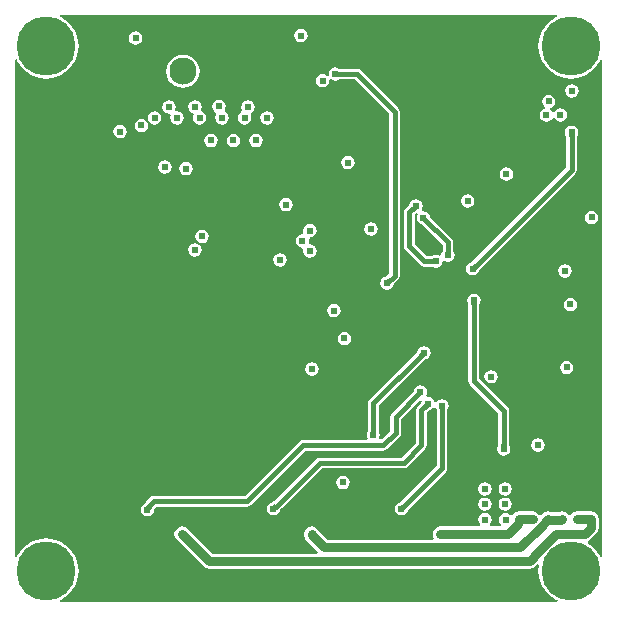
<source format=gbl>
G04*
G04 #@! TF.GenerationSoftware,Altium Limited,Altium Designer,20.1.14 (287)*
G04*
G04 Layer_Physical_Order=4*
G04 Layer_Color=16711680*
%FSAX25Y25*%
%MOIN*%
G70*
G04*
G04 #@! TF.SameCoordinates,72DF8298-9B86-4F64-9D5A-0D244EFD1A00*
G04*
G04*
G04 #@! TF.FilePolarity,Positive*
G04*
G01*
G75*
%ADD91C,0.01500*%
%ADD93C,0.02000*%
%ADD96C,0.03000*%
%ADD98C,0.09055*%
%ADD99C,0.02400*%
%ADD100C,0.19685*%
G36*
X0170473Y0184861D02*
X0170062Y0184691D01*
X0168607Y0183799D01*
X0167309Y0182691D01*
X0166201Y0181393D01*
X0165309Y0179938D01*
X0164656Y0178361D01*
X0164258Y0176701D01*
X0164124Y0175000D01*
X0164258Y0173299D01*
X0164656Y0171639D01*
X0165309Y0170062D01*
X0166201Y0168607D01*
X0167309Y0167309D01*
X0168607Y0166201D01*
X0170062Y0165309D01*
X0171639Y0164656D01*
X0173299Y0164258D01*
X0175000Y0164124D01*
X0176701Y0164258D01*
X0178361Y0164656D01*
X0179938Y0165309D01*
X0181393Y0166201D01*
X0182691Y0167309D01*
X0183799Y0168607D01*
X0184691Y0170062D01*
X0184861Y0170473D01*
X0185461Y0170354D01*
Y0004646D01*
X0184861Y0004527D01*
X0184691Y0004938D01*
X0183799Y0006393D01*
X0182691Y0007690D01*
X0181393Y0008799D01*
X0180482Y0009357D01*
X0180576Y0009988D01*
X0181402Y0010540D01*
X0183502Y0012640D01*
X0184055Y0013467D01*
X0184249Y0014443D01*
Y0017333D01*
X0184055Y0018309D01*
X0183502Y0019136D01*
X0182676Y0019688D01*
X0181700Y0019882D01*
X0176879D01*
X0175904Y0019688D01*
X0175077Y0019136D01*
X0174829Y0018766D01*
X0174108D01*
X0173860Y0019136D01*
X0173033Y0019688D01*
X0172058Y0019882D01*
X0171950D01*
X0170974Y0019688D01*
X0170904Y0019641D01*
X0168283D01*
X0168212Y0019688D01*
X0167237Y0019882D01*
X0166262Y0019688D01*
X0165435Y0019136D01*
X0165073Y0018595D01*
X0164845Y0018554D01*
X0164325Y0018669D01*
X0164013Y0019136D01*
X0163186Y0019688D01*
X0162210Y0019882D01*
X0157780D01*
X0157687Y0019864D01*
X0157595Y0019882D01*
X0156620Y0019688D01*
X0155793Y0019136D01*
X0155716Y0019059D01*
X0155472Y0018693D01*
X0154750D01*
X0154736Y0018714D01*
X0154008Y0019200D01*
X0153150Y0019371D01*
X0152292Y0019200D01*
X0151564Y0018714D01*
X0151078Y0017986D01*
X0150907Y0017128D01*
X0151078Y0016269D01*
X0151540Y0015577D01*
X0151500Y0015387D01*
X0151329Y0014977D01*
X0148071D01*
X0147900Y0015387D01*
X0147860Y0015577D01*
X0148322Y0016269D01*
X0148493Y0017128D01*
X0148322Y0017986D01*
X0147836Y0018714D01*
X0147108Y0019200D01*
X0146250Y0019371D01*
X0145392Y0019200D01*
X0144664Y0018714D01*
X0144178Y0017986D01*
X0144007Y0017128D01*
X0144178Y0016269D01*
X0144640Y0015577D01*
X0144600Y0015387D01*
X0144429Y0014977D01*
X0136150D01*
X0135647Y0014877D01*
X0131450D01*
X0130474Y0014683D01*
X0129648Y0014130D01*
X0129095Y0013303D01*
X0128901Y0012328D01*
X0129095Y0011352D01*
X0129346Y0010977D01*
X0129025Y0010377D01*
X0093706D01*
X0090936Y0013146D01*
X0090905Y0013303D01*
X0090352Y0014130D01*
X0089526Y0014683D01*
X0088550Y0014877D01*
X0087574Y0014683D01*
X0086748Y0014130D01*
X0086195Y0013303D01*
X0086001Y0012328D01*
Y0011928D01*
X0086195Y0010952D01*
X0086748Y0010125D01*
X0090496Y0006377D01*
X0090248Y0005777D01*
X0055506D01*
X0047152Y0014130D01*
X0046325Y0014683D01*
X0045350Y0014877D01*
X0044374Y0014683D01*
X0043548Y0014130D01*
X0042995Y0013303D01*
X0042801Y0012328D01*
X0042995Y0011352D01*
X0043548Y0010525D01*
X0052648Y0001425D01*
X0053474Y0000873D01*
X0054450Y0000679D01*
X0161150D01*
X0162126Y0000873D01*
X0162952Y0001425D01*
X0163771Y0002244D01*
X0164315Y0001939D01*
X0164258Y0001701D01*
X0164124Y0000000D01*
X0164258Y-0001701D01*
X0164656Y-0003361D01*
X0165309Y-0004938D01*
X0166201Y-0006393D01*
X0167309Y-0007690D01*
X0168607Y-0008799D01*
X0170062Y-0009691D01*
X0170473Y-0009861D01*
X0170354Y-0010461D01*
X0004646D01*
X0004527Y-0009861D01*
X0004938Y-0009691D01*
X0006393Y-0008799D01*
X0007690Y-0007690D01*
X0008799Y-0006393D01*
X0009691Y-0004938D01*
X0010344Y-0003361D01*
X0010742Y-0001701D01*
X0010876Y0000000D01*
X0010742Y0001701D01*
X0010344Y0003361D01*
X0009691Y0004938D01*
X0008799Y0006393D01*
X0007690Y0007690D01*
X0006393Y0008799D01*
X0004938Y0009691D01*
X0003361Y0010344D01*
X0001701Y0010742D01*
X0000000Y0010876D01*
X-0001701Y0010742D01*
X-0003361Y0010344D01*
X-0004938Y0009691D01*
X-0006393Y0008799D01*
X-0007690Y0007690D01*
X-0008799Y0006393D01*
X-0009691Y0004938D01*
X-0009861Y0004527D01*
X-0010461Y0004646D01*
Y0170354D01*
X-0009861Y0170473D01*
X-0009691Y0170062D01*
X-0008799Y0168607D01*
X-0007690Y0167309D01*
X-0006393Y0166201D01*
X-0004938Y0165309D01*
X-0003361Y0164656D01*
X-0001701Y0164258D01*
X0000000Y0164124D01*
X0001701Y0164258D01*
X0003361Y0164656D01*
X0004938Y0165309D01*
X0006393Y0166201D01*
X0007690Y0167309D01*
X0008799Y0168607D01*
X0009691Y0170062D01*
X0010344Y0171639D01*
X0010742Y0173299D01*
X0010876Y0175000D01*
X0010742Y0176701D01*
X0010344Y0178361D01*
X0009691Y0179938D01*
X0008799Y0181393D01*
X0007690Y0182691D01*
X0006393Y0183799D01*
X0004938Y0184691D01*
X0004527Y0184861D01*
X0004646Y0185461D01*
X0170354D01*
X0170473Y0184861D01*
D02*
G37*
%LPC*%
G36*
X0084900Y0180643D02*
X0084042Y0180472D01*
X0083314Y0179986D01*
X0082828Y0179258D01*
X0082657Y0178400D01*
X0082828Y0177542D01*
X0083314Y0176814D01*
X0084042Y0176328D01*
X0084900Y0176157D01*
X0085758Y0176328D01*
X0086486Y0176814D01*
X0086972Y0177542D01*
X0087143Y0178400D01*
X0086972Y0179258D01*
X0086486Y0179986D01*
X0085758Y0180472D01*
X0084900Y0180643D01*
D02*
G37*
G36*
X0029850Y0179871D02*
X0028992Y0179700D01*
X0028264Y0179214D01*
X0027778Y0178486D01*
X0027607Y0177628D01*
X0027778Y0176769D01*
X0028264Y0176041D01*
X0028992Y0175555D01*
X0029850Y0175384D01*
X0030708Y0175555D01*
X0031436Y0176041D01*
X0031922Y0176769D01*
X0032093Y0177628D01*
X0031922Y0178486D01*
X0031436Y0179214D01*
X0030708Y0179700D01*
X0029850Y0179871D01*
D02*
G37*
G36*
X0096450Y0167871D02*
X0095592Y0167700D01*
X0094864Y0167214D01*
X0094378Y0166486D01*
X0094207Y0165628D01*
X0094274Y0165288D01*
X0093811Y0165052D01*
X0093714Y0165028D01*
X0093008Y0165500D01*
X0092150Y0165671D01*
X0091292Y0165500D01*
X0090564Y0165014D01*
X0090078Y0164286D01*
X0089907Y0163428D01*
X0090078Y0162569D01*
X0090564Y0161841D01*
X0091292Y0161355D01*
X0092150Y0161185D01*
X0093008Y0161355D01*
X0093736Y0161841D01*
X0094222Y0162569D01*
X0094393Y0163428D01*
X0094326Y0163767D01*
X0094789Y0164003D01*
X0094886Y0164027D01*
X0095592Y0163555D01*
X0096450Y0163384D01*
X0097308Y0163555D01*
X0097734Y0163840D01*
X0097787Y0163843D01*
X0102811D01*
X0114366Y0152289D01*
Y0099167D01*
X0113300Y0098101D01*
X0112792Y0098000D01*
X0112064Y0097514D01*
X0111578Y0096786D01*
X0111407Y0095928D01*
X0111578Y0095069D01*
X0112064Y0094341D01*
X0112792Y0093855D01*
X0113650Y0093685D01*
X0114508Y0093855D01*
X0115236Y0094341D01*
X0115722Y0095069D01*
X0115822Y0095572D01*
X0115857Y0095612D01*
X0117412Y0097166D01*
X0117412Y0097166D01*
X0117798Y0097745D01*
X0117934Y0098428D01*
Y0153028D01*
X0117798Y0153710D01*
X0117412Y0154289D01*
X0104812Y0166889D01*
X0104233Y0167276D01*
X0103550Y0167412D01*
X0097739D01*
X0097308Y0167700D01*
X0096450Y0167871D01*
D02*
G37*
G36*
X0045608Y0172103D02*
X0044164Y0171913D01*
X0042820Y0171356D01*
X0041665Y0170470D01*
X0040779Y0169315D01*
X0040222Y0167971D01*
X0040032Y0166528D01*
X0040222Y0165085D01*
X0040779Y0163740D01*
X0041665Y0162585D01*
X0042820Y0161699D01*
X0044164Y0161142D01*
X0045608Y0160952D01*
X0047050Y0161142D01*
X0048395Y0161699D01*
X0049550Y0162585D01*
X0050436Y0163740D01*
X0050993Y0165085D01*
X0051183Y0166528D01*
X0050993Y0167971D01*
X0050436Y0169315D01*
X0049550Y0170470D01*
X0048395Y0171356D01*
X0047050Y0171913D01*
X0045608Y0172103D01*
D02*
G37*
G36*
X0175250Y0162271D02*
X0174392Y0162100D01*
X0173664Y0161614D01*
X0173178Y0160886D01*
X0173007Y0160028D01*
X0173178Y0159169D01*
X0173664Y0158441D01*
X0174392Y0157955D01*
X0175250Y0157784D01*
X0176108Y0157955D01*
X0176836Y0158441D01*
X0177322Y0159169D01*
X0177493Y0160028D01*
X0177322Y0160886D01*
X0176836Y0161614D01*
X0176108Y0162100D01*
X0175250Y0162271D01*
D02*
G37*
G36*
X0167550Y0158771D02*
X0166692Y0158600D01*
X0165964Y0158114D01*
X0165478Y0157386D01*
X0165307Y0156528D01*
X0165478Y0155669D01*
X0165964Y0154941D01*
X0166371Y0154669D01*
X0166244Y0154033D01*
X0165942Y0153972D01*
X0165214Y0153486D01*
X0164728Y0152758D01*
X0164557Y0151900D01*
X0164728Y0151042D01*
X0165214Y0150314D01*
X0165942Y0149828D01*
X0166800Y0149657D01*
X0167658Y0149828D01*
X0168386Y0150314D01*
X0168834Y0150985D01*
X0168905Y0151009D01*
X0169108Y0151032D01*
X0169479Y0151017D01*
X0169864Y0150442D01*
X0170592Y0149955D01*
X0171450Y0149785D01*
X0172308Y0149955D01*
X0173036Y0150442D01*
X0173522Y0151169D01*
X0173693Y0152028D01*
X0173522Y0152886D01*
X0173036Y0153614D01*
X0172308Y0154100D01*
X0171450Y0154271D01*
X0170592Y0154100D01*
X0169864Y0153614D01*
X0169416Y0152943D01*
X0169345Y0152919D01*
X0169142Y0152895D01*
X0168771Y0152910D01*
X0168386Y0153486D01*
X0167979Y0153758D01*
X0168106Y0154395D01*
X0168408Y0154455D01*
X0169136Y0154941D01*
X0169622Y0155669D01*
X0169793Y0156528D01*
X0169622Y0157386D01*
X0169136Y0158114D01*
X0168408Y0158600D01*
X0167550Y0158771D01*
D02*
G37*
G36*
X0073700Y0153271D02*
X0072842Y0153100D01*
X0072114Y0152614D01*
X0071628Y0151886D01*
X0071457Y0151028D01*
X0071628Y0150169D01*
X0072114Y0149442D01*
X0072842Y0148955D01*
X0073700Y0148784D01*
X0074558Y0148955D01*
X0075286Y0149442D01*
X0075772Y0150169D01*
X0075943Y0151028D01*
X0075772Y0151886D01*
X0075286Y0152614D01*
X0074558Y0153100D01*
X0073700Y0153271D01*
D02*
G37*
G36*
X0067297Y0156837D02*
X0066438Y0156667D01*
X0065711Y0156180D01*
X0065224Y0155453D01*
X0065054Y0154594D01*
X0065224Y0153736D01*
X0065280Y0153653D01*
X0065055Y0152909D01*
X0064614Y0152614D01*
X0064128Y0151886D01*
X0063957Y0151028D01*
X0064128Y0150169D01*
X0064614Y0149442D01*
X0065342Y0148955D01*
X0066200Y0148784D01*
X0067058Y0148955D01*
X0067786Y0149442D01*
X0068272Y0150169D01*
X0068443Y0151028D01*
X0068272Y0151886D01*
X0068217Y0151969D01*
X0068441Y0152713D01*
X0068883Y0153008D01*
X0069369Y0153736D01*
X0069540Y0154594D01*
X0069369Y0155453D01*
X0068883Y0156180D01*
X0068155Y0156667D01*
X0067297Y0156837D01*
D02*
G37*
G36*
X0057598Y0157079D02*
X0056739Y0156908D01*
X0056011Y0156422D01*
X0055525Y0155694D01*
X0055354Y0154836D01*
X0055525Y0153978D01*
X0056011Y0153250D01*
X0056739Y0152764D01*
X0056797Y0152140D01*
X0056628Y0151886D01*
X0056457Y0151028D01*
X0056628Y0150169D01*
X0057114Y0149442D01*
X0057842Y0148955D01*
X0058700Y0148784D01*
X0059558Y0148955D01*
X0060286Y0149442D01*
X0060772Y0150169D01*
X0060943Y0151028D01*
X0060772Y0151886D01*
X0060286Y0152614D01*
X0059558Y0153100D01*
X0059500Y0153723D01*
X0059670Y0153978D01*
X0059841Y0154836D01*
X0059670Y0155694D01*
X0059184Y0156422D01*
X0058456Y0156908D01*
X0057598Y0157079D01*
D02*
G37*
G36*
X0049700Y0156943D02*
X0048842Y0156772D01*
X0048114Y0156286D01*
X0047628Y0155558D01*
X0047457Y0154700D01*
X0047628Y0153842D01*
X0048114Y0153114D01*
X0048842Y0152628D01*
X0049002Y0152596D01*
X0049231Y0152041D01*
X0049128Y0151886D01*
X0048957Y0151028D01*
X0049128Y0150169D01*
X0049614Y0149442D01*
X0050342Y0148955D01*
X0051200Y0148784D01*
X0052058Y0148955D01*
X0052786Y0149442D01*
X0053272Y0150169D01*
X0053443Y0151028D01*
X0053272Y0151886D01*
X0052786Y0152614D01*
X0052058Y0153100D01*
X0051898Y0153132D01*
X0051669Y0153686D01*
X0051772Y0153842D01*
X0051943Y0154700D01*
X0051772Y0155558D01*
X0051286Y0156286D01*
X0050558Y0156772D01*
X0049700Y0156943D01*
D02*
G37*
G36*
X0041000Y0156843D02*
X0040142Y0156672D01*
X0039414Y0156186D01*
X0038928Y0155458D01*
X0038757Y0154600D01*
X0038928Y0153742D01*
X0039414Y0153014D01*
X0040142Y0152528D01*
X0041000Y0152357D01*
X0041254Y0152408D01*
X0041628Y0151886D01*
X0041457Y0151028D01*
X0041628Y0150169D01*
X0042114Y0149442D01*
X0042842Y0148955D01*
X0043700Y0148784D01*
X0044558Y0148955D01*
X0045286Y0149442D01*
X0045772Y0150169D01*
X0045943Y0151028D01*
X0045772Y0151886D01*
X0045286Y0152614D01*
X0044558Y0153100D01*
X0043700Y0153271D01*
X0043446Y0153220D01*
X0043072Y0153742D01*
X0043243Y0154600D01*
X0043072Y0155458D01*
X0042586Y0156186D01*
X0041858Y0156672D01*
X0041000Y0156843D01*
D02*
G37*
G36*
X0036200Y0153271D02*
X0035342Y0153100D01*
X0034614Y0152614D01*
X0034128Y0151886D01*
X0033957Y0151028D01*
X0034128Y0150169D01*
X0034614Y0149442D01*
X0035342Y0148955D01*
X0036200Y0148784D01*
X0037058Y0148955D01*
X0037786Y0149442D01*
X0038272Y0150169D01*
X0038443Y0151028D01*
X0038272Y0151886D01*
X0037786Y0152614D01*
X0037058Y0153100D01*
X0036200Y0153271D01*
D02*
G37*
G36*
X0031800Y0150743D02*
X0030942Y0150572D01*
X0030214Y0150086D01*
X0029728Y0149358D01*
X0029557Y0148500D01*
X0029728Y0147642D01*
X0030214Y0146914D01*
X0030942Y0146428D01*
X0031800Y0146257D01*
X0032658Y0146428D01*
X0033386Y0146914D01*
X0033872Y0147642D01*
X0034043Y0148500D01*
X0033872Y0149358D01*
X0033386Y0150086D01*
X0032658Y0150572D01*
X0031800Y0150743D01*
D02*
G37*
G36*
X0024700Y0148643D02*
X0023842Y0148472D01*
X0023114Y0147986D01*
X0022628Y0147258D01*
X0022457Y0146400D01*
X0022628Y0145542D01*
X0023114Y0144814D01*
X0023842Y0144328D01*
X0024700Y0144157D01*
X0025558Y0144328D01*
X0026286Y0144814D01*
X0026772Y0145542D01*
X0026943Y0146400D01*
X0026772Y0147258D01*
X0026286Y0147986D01*
X0025558Y0148472D01*
X0024700Y0148643D01*
D02*
G37*
G36*
X0069950Y0145771D02*
X0069092Y0145600D01*
X0068364Y0145114D01*
X0067878Y0144386D01*
X0067707Y0143528D01*
X0067878Y0142669D01*
X0068364Y0141941D01*
X0069092Y0141455D01*
X0069950Y0141285D01*
X0070808Y0141455D01*
X0071536Y0141941D01*
X0072022Y0142669D01*
X0072193Y0143528D01*
X0072022Y0144386D01*
X0071536Y0145114D01*
X0070808Y0145600D01*
X0069950Y0145771D01*
D02*
G37*
G36*
X0062450D02*
X0061592Y0145600D01*
X0060864Y0145114D01*
X0060378Y0144386D01*
X0060207Y0143528D01*
X0060378Y0142669D01*
X0060864Y0141941D01*
X0061592Y0141455D01*
X0062450Y0141285D01*
X0063308Y0141455D01*
X0064036Y0141941D01*
X0064522Y0142669D01*
X0064693Y0143528D01*
X0064522Y0144386D01*
X0064036Y0145114D01*
X0063308Y0145600D01*
X0062450Y0145771D01*
D02*
G37*
G36*
X0054950D02*
X0054092Y0145600D01*
X0053364Y0145114D01*
X0052878Y0144386D01*
X0052707Y0143528D01*
X0052878Y0142669D01*
X0053364Y0141941D01*
X0054092Y0141455D01*
X0054950Y0141285D01*
X0055808Y0141455D01*
X0056536Y0141941D01*
X0057022Y0142669D01*
X0057193Y0143528D01*
X0057022Y0144386D01*
X0056536Y0145114D01*
X0055808Y0145600D01*
X0054950Y0145771D01*
D02*
G37*
G36*
X0100600Y0138343D02*
X0099742Y0138172D01*
X0099014Y0137686D01*
X0098528Y0136958D01*
X0098357Y0136100D01*
X0098528Y0135242D01*
X0099014Y0134514D01*
X0099742Y0134028D01*
X0100600Y0133857D01*
X0101458Y0134028D01*
X0102186Y0134514D01*
X0102672Y0135242D01*
X0102843Y0136100D01*
X0102672Y0136958D01*
X0102186Y0137686D01*
X0101458Y0138172D01*
X0100600Y0138343D01*
D02*
G37*
G36*
X0039600Y0136843D02*
X0038742Y0136672D01*
X0038014Y0136186D01*
X0037528Y0135458D01*
X0037357Y0134600D01*
X0037528Y0133742D01*
X0038014Y0133014D01*
X0038742Y0132528D01*
X0039600Y0132357D01*
X0040458Y0132528D01*
X0041186Y0133014D01*
X0041672Y0133742D01*
X0041843Y0134600D01*
X0041672Y0135458D01*
X0041186Y0136186D01*
X0040458Y0136672D01*
X0039600Y0136843D01*
D02*
G37*
G36*
X0046621Y0136334D02*
X0045763Y0136163D01*
X0045035Y0135677D01*
X0044549Y0134950D01*
X0044378Y0134091D01*
X0044549Y0133233D01*
X0045035Y0132505D01*
X0045763Y0132019D01*
X0046621Y0131848D01*
X0047479Y0132019D01*
X0048207Y0132505D01*
X0048693Y0133233D01*
X0048864Y0134091D01*
X0048693Y0134950D01*
X0048207Y0135677D01*
X0047479Y0136163D01*
X0046621Y0136334D01*
D02*
G37*
G36*
X0153450Y0134571D02*
X0152592Y0134400D01*
X0151864Y0133914D01*
X0151378Y0133186D01*
X0151207Y0132328D01*
X0151378Y0131469D01*
X0151864Y0130742D01*
X0152592Y0130255D01*
X0153450Y0130085D01*
X0154308Y0130255D01*
X0155036Y0130742D01*
X0155522Y0131469D01*
X0155693Y0132328D01*
X0155522Y0133186D01*
X0155036Y0133914D01*
X0154308Y0134400D01*
X0153450Y0134571D01*
D02*
G37*
G36*
X0140550Y0125571D02*
X0139692Y0125400D01*
X0138964Y0124914D01*
X0138478Y0124186D01*
X0138307Y0123328D01*
X0138478Y0122469D01*
X0138964Y0121741D01*
X0139692Y0121255D01*
X0140550Y0121084D01*
X0141408Y0121255D01*
X0142136Y0121741D01*
X0142622Y0122469D01*
X0142793Y0123328D01*
X0142622Y0124186D01*
X0142136Y0124914D01*
X0141408Y0125400D01*
X0140550Y0125571D01*
D02*
G37*
G36*
X0079950Y0124371D02*
X0079092Y0124200D01*
X0078364Y0123714D01*
X0077878Y0122986D01*
X0077707Y0122128D01*
X0077878Y0121269D01*
X0078364Y0120542D01*
X0079092Y0120055D01*
X0079950Y0119885D01*
X0080808Y0120055D01*
X0081536Y0120542D01*
X0082022Y0121269D01*
X0082193Y0122128D01*
X0082022Y0122986D01*
X0081536Y0123714D01*
X0080808Y0124200D01*
X0079950Y0124371D01*
D02*
G37*
G36*
X0181850Y0120071D02*
X0180992Y0119900D01*
X0180264Y0119414D01*
X0179778Y0118686D01*
X0179607Y0117828D01*
X0179778Y0116969D01*
X0180264Y0116242D01*
X0180992Y0115755D01*
X0181850Y0115585D01*
X0182708Y0115755D01*
X0183436Y0116242D01*
X0183922Y0116969D01*
X0184093Y0117828D01*
X0183922Y0118686D01*
X0183436Y0119414D01*
X0182708Y0119900D01*
X0181850Y0120071D01*
D02*
G37*
G36*
X0108350Y0116171D02*
X0107492Y0116000D01*
X0106764Y0115514D01*
X0106278Y0114786D01*
X0106107Y0113928D01*
X0106278Y0113069D01*
X0106764Y0112341D01*
X0107492Y0111855D01*
X0108350Y0111685D01*
X0109208Y0111855D01*
X0109936Y0112341D01*
X0110422Y0113069D01*
X0110593Y0113928D01*
X0110422Y0114786D01*
X0109936Y0115514D01*
X0109208Y0116000D01*
X0108350Y0116171D01*
D02*
G37*
G36*
X0052000Y0113743D02*
X0051142Y0113572D01*
X0050414Y0113086D01*
X0049928Y0112358D01*
X0049757Y0111500D01*
X0049928Y0110642D01*
X0050414Y0109914D01*
X0051142Y0109428D01*
X0052000Y0109257D01*
X0052858Y0109428D01*
X0053586Y0109914D01*
X0054072Y0110642D01*
X0054243Y0111500D01*
X0054072Y0112358D01*
X0053586Y0113086D01*
X0052858Y0113572D01*
X0052000Y0113743D01*
D02*
G37*
G36*
X0049600Y0109243D02*
X0048742Y0109072D01*
X0048014Y0108586D01*
X0047528Y0107858D01*
X0047357Y0107000D01*
X0047528Y0106142D01*
X0048014Y0105414D01*
X0048742Y0104928D01*
X0049600Y0104757D01*
X0050458Y0104928D01*
X0051186Y0105414D01*
X0051672Y0106142D01*
X0051843Y0107000D01*
X0051672Y0107858D01*
X0051186Y0108586D01*
X0050458Y0109072D01*
X0049600Y0109243D01*
D02*
G37*
G36*
X0087900Y0115643D02*
X0087042Y0115472D01*
X0086314Y0114986D01*
X0085828Y0114258D01*
X0085657Y0113400D01*
X0085780Y0112779D01*
X0085441Y0112300D01*
X0085325Y0112228D01*
X0084542Y0112072D01*
X0083814Y0111586D01*
X0083328Y0110858D01*
X0083157Y0110000D01*
X0083328Y0109142D01*
X0083814Y0108414D01*
X0084542Y0107928D01*
X0085325Y0107772D01*
X0085441Y0107700D01*
X0085780Y0107221D01*
X0085657Y0106600D01*
X0085828Y0105742D01*
X0086314Y0105014D01*
X0087042Y0104528D01*
X0087900Y0104357D01*
X0088758Y0104528D01*
X0089486Y0105014D01*
X0089972Y0105742D01*
X0090143Y0106600D01*
X0089972Y0107458D01*
X0089486Y0108186D01*
X0088758Y0108672D01*
X0087975Y0108828D01*
X0087859Y0108900D01*
X0087520Y0109379D01*
X0087643Y0110000D01*
X0087520Y0110621D01*
X0087859Y0111100D01*
X0087975Y0111172D01*
X0088758Y0111328D01*
X0089486Y0111814D01*
X0089972Y0112542D01*
X0090143Y0113400D01*
X0089972Y0114258D01*
X0089486Y0114986D01*
X0088758Y0115472D01*
X0087900Y0115643D01*
D02*
G37*
G36*
X0123250Y0123871D02*
X0122392Y0123700D01*
X0121664Y0123214D01*
X0121178Y0122486D01*
X0121078Y0121983D01*
X0121043Y0121944D01*
X0119838Y0120739D01*
X0119451Y0120160D01*
X0119316Y0119478D01*
Y0108178D01*
X0119451Y0107495D01*
X0119838Y0106916D01*
X0124788Y0101966D01*
X0124788Y0101966D01*
X0125367Y0101579D01*
X0126050Y0101443D01*
X0126050Y0101443D01*
X0128661D01*
X0129092Y0101155D01*
X0129950Y0100985D01*
X0130808Y0101155D01*
X0131536Y0101641D01*
X0132022Y0102369D01*
X0132177Y0103145D01*
X0132468Y0103351D01*
X0132755Y0103481D01*
X0133092Y0103255D01*
X0133950Y0103085D01*
X0134808Y0103255D01*
X0135536Y0103742D01*
X0136022Y0104469D01*
X0136193Y0105328D01*
X0136022Y0106186D01*
X0135738Y0106612D01*
X0135734Y0106665D01*
Y0109528D01*
X0135599Y0110210D01*
X0135212Y0110789D01*
X0127924Y0118078D01*
X0127822Y0118586D01*
X0127336Y0119314D01*
X0126608Y0119800D01*
X0125750Y0119971D01*
X0125474Y0119916D01*
X0125113Y0120456D01*
X0125322Y0120769D01*
X0125493Y0121628D01*
X0125322Y0122486D01*
X0124836Y0123214D01*
X0124108Y0123700D01*
X0123250Y0123871D01*
D02*
G37*
G36*
X0078000Y0105943D02*
X0077142Y0105772D01*
X0076414Y0105286D01*
X0075928Y0104558D01*
X0075757Y0103700D01*
X0075928Y0102842D01*
X0076414Y0102114D01*
X0077142Y0101628D01*
X0078000Y0101457D01*
X0078858Y0101628D01*
X0079586Y0102114D01*
X0080072Y0102842D01*
X0080243Y0103700D01*
X0080072Y0104558D01*
X0079586Y0105286D01*
X0078858Y0105772D01*
X0078000Y0105943D01*
D02*
G37*
G36*
X0175150Y0148471D02*
X0174292Y0148300D01*
X0173564Y0147814D01*
X0173078Y0147086D01*
X0172907Y0146228D01*
X0173078Y0145369D01*
X0173362Y0144943D01*
X0173366Y0144890D01*
Y0134467D01*
X0141800Y0102901D01*
X0141292Y0102800D01*
X0140564Y0102314D01*
X0140078Y0101586D01*
X0139907Y0100728D01*
X0140078Y0099869D01*
X0140564Y0099142D01*
X0141292Y0098655D01*
X0142150Y0098484D01*
X0143008Y0098655D01*
X0143736Y0099142D01*
X0144222Y0099869D01*
X0144322Y0100372D01*
X0144357Y0100411D01*
X0176412Y0132466D01*
X0176412Y0132466D01*
X0176798Y0133045D01*
X0176934Y0133728D01*
X0176934Y0133728D01*
Y0144938D01*
X0177222Y0145369D01*
X0177393Y0146228D01*
X0177222Y0147086D01*
X0176736Y0147814D01*
X0176008Y0148300D01*
X0175150Y0148471D01*
D02*
G37*
G36*
X0172950Y0102271D02*
X0172092Y0102100D01*
X0171364Y0101614D01*
X0170878Y0100886D01*
X0170707Y0100028D01*
X0170878Y0099169D01*
X0171364Y0098441D01*
X0172092Y0097955D01*
X0172950Y0097785D01*
X0173808Y0097955D01*
X0174536Y0098441D01*
X0175022Y0099169D01*
X0175193Y0100028D01*
X0175022Y0100886D01*
X0174536Y0101614D01*
X0173808Y0102100D01*
X0172950Y0102271D01*
D02*
G37*
G36*
X0174750Y0091071D02*
X0173892Y0090900D01*
X0173164Y0090414D01*
X0172678Y0089686D01*
X0172507Y0088828D01*
X0172678Y0087969D01*
X0173164Y0087242D01*
X0173892Y0086755D01*
X0174750Y0086585D01*
X0175608Y0086755D01*
X0176336Y0087242D01*
X0176822Y0087969D01*
X0176993Y0088828D01*
X0176822Y0089686D01*
X0176336Y0090414D01*
X0175608Y0090900D01*
X0174750Y0091071D01*
D02*
G37*
G36*
X0095940Y0089029D02*
X0095081Y0088858D01*
X0094354Y0088372D01*
X0093867Y0087644D01*
X0093697Y0086786D01*
X0093867Y0085927D01*
X0094354Y0085200D01*
X0095081Y0084713D01*
X0095940Y0084543D01*
X0096798Y0084713D01*
X0097526Y0085200D01*
X0098012Y0085927D01*
X0098183Y0086786D01*
X0098012Y0087644D01*
X0097526Y0088372D01*
X0096798Y0088858D01*
X0095940Y0089029D01*
D02*
G37*
G36*
X0099450Y0079771D02*
X0098592Y0079600D01*
X0097864Y0079114D01*
X0097378Y0078386D01*
X0097207Y0077528D01*
X0097378Y0076669D01*
X0097864Y0075941D01*
X0098592Y0075455D01*
X0099450Y0075284D01*
X0100308Y0075455D01*
X0101036Y0075941D01*
X0101522Y0076669D01*
X0101693Y0077528D01*
X0101522Y0078386D01*
X0101036Y0079114D01*
X0100308Y0079600D01*
X0099450Y0079771D01*
D02*
G37*
G36*
X0173550Y0070071D02*
X0172692Y0069900D01*
X0171964Y0069414D01*
X0171478Y0068686D01*
X0171307Y0067828D01*
X0171478Y0066969D01*
X0171964Y0066242D01*
X0172692Y0065755D01*
X0173550Y0065584D01*
X0174408Y0065755D01*
X0175136Y0066242D01*
X0175622Y0066969D01*
X0175793Y0067828D01*
X0175622Y0068686D01*
X0175136Y0069414D01*
X0174408Y0069900D01*
X0173550Y0070071D01*
D02*
G37*
G36*
X0088641Y0069480D02*
X0087782Y0069309D01*
X0087055Y0068823D01*
X0086568Y0068095D01*
X0086398Y0067237D01*
X0086568Y0066378D01*
X0087055Y0065651D01*
X0087782Y0065165D01*
X0088641Y0064994D01*
X0089499Y0065165D01*
X0090227Y0065651D01*
X0090713Y0066378D01*
X0090884Y0067237D01*
X0090713Y0068095D01*
X0090227Y0068823D01*
X0089499Y0069309D01*
X0088641Y0069480D01*
D02*
G37*
G36*
X0148350Y0066971D02*
X0147492Y0066800D01*
X0146764Y0066314D01*
X0146278Y0065586D01*
X0146107Y0064728D01*
X0146278Y0063869D01*
X0146764Y0063142D01*
X0147492Y0062655D01*
X0148350Y0062485D01*
X0149208Y0062655D01*
X0149936Y0063142D01*
X0150422Y0063869D01*
X0150593Y0064728D01*
X0150422Y0065586D01*
X0149936Y0066314D01*
X0149208Y0066800D01*
X0148350Y0066971D01*
D02*
G37*
G36*
X0163950Y0044171D02*
X0163092Y0044000D01*
X0162364Y0043514D01*
X0161878Y0042786D01*
X0161707Y0041928D01*
X0161878Y0041069D01*
X0162364Y0040341D01*
X0163092Y0039855D01*
X0163950Y0039685D01*
X0164808Y0039855D01*
X0165536Y0040341D01*
X0166022Y0041069D01*
X0166193Y0041928D01*
X0166022Y0042786D01*
X0165536Y0043514D01*
X0164808Y0044000D01*
X0163950Y0044171D01*
D02*
G37*
G36*
X0142712Y0092409D02*
X0141854Y0092238D01*
X0141126Y0091751D01*
X0140640Y0091024D01*
X0140469Y0090165D01*
X0140640Y0089307D01*
X0140757Y0089131D01*
X0140766Y0088954D01*
Y0063328D01*
X0140902Y0062645D01*
X0141288Y0062066D01*
X0150766Y0052589D01*
Y0041917D01*
X0150478Y0041486D01*
X0150307Y0040628D01*
X0150478Y0039769D01*
X0150964Y0039042D01*
X0151692Y0038555D01*
X0152550Y0038385D01*
X0153408Y0038555D01*
X0154136Y0039042D01*
X0154622Y0039769D01*
X0154793Y0040628D01*
X0154622Y0041486D01*
X0154338Y0041912D01*
X0154334Y0041965D01*
Y0053328D01*
X0154334Y0053328D01*
X0154199Y0054010D01*
X0153812Y0054589D01*
X0153812Y0054589D01*
X0144334Y0064067D01*
Y0088633D01*
X0144785Y0089307D01*
X0144955Y0090165D01*
X0144785Y0091024D01*
X0144298Y0091751D01*
X0143571Y0092238D01*
X0142712Y0092409D01*
D02*
G37*
G36*
X0098950Y0031771D02*
X0098092Y0031600D01*
X0097364Y0031114D01*
X0096878Y0030386D01*
X0096707Y0029528D01*
X0096878Y0028669D01*
X0097364Y0027942D01*
X0098092Y0027455D01*
X0098950Y0027285D01*
X0099808Y0027455D01*
X0100536Y0027942D01*
X0101022Y0028669D01*
X0101193Y0029528D01*
X0101022Y0030386D01*
X0100536Y0031114D01*
X0099808Y0031600D01*
X0098950Y0031771D01*
D02*
G37*
G36*
X0153050Y0029571D02*
X0152192Y0029400D01*
X0151464Y0028914D01*
X0150978Y0028186D01*
X0150807Y0027328D01*
X0150978Y0026469D01*
X0151464Y0025741D01*
X0152192Y0025255D01*
X0153050Y0025084D01*
X0153908Y0025255D01*
X0154636Y0025741D01*
X0155122Y0026469D01*
X0155293Y0027328D01*
X0155122Y0028186D01*
X0154636Y0028914D01*
X0153908Y0029400D01*
X0153050Y0029571D01*
D02*
G37*
G36*
X0146250D02*
X0145392Y0029400D01*
X0144664Y0028914D01*
X0144178Y0028186D01*
X0144007Y0027328D01*
X0144178Y0026469D01*
X0144664Y0025741D01*
X0145392Y0025255D01*
X0146250Y0025084D01*
X0147108Y0025255D01*
X0147836Y0025741D01*
X0148322Y0026469D01*
X0148493Y0027328D01*
X0148322Y0028186D01*
X0147836Y0028914D01*
X0147108Y0029400D01*
X0146250Y0029571D01*
D02*
G37*
G36*
X0153050Y0024471D02*
X0152192Y0024300D01*
X0151464Y0023814D01*
X0150978Y0023086D01*
X0150807Y0022228D01*
X0150978Y0021369D01*
X0151464Y0020641D01*
X0152192Y0020155D01*
X0153050Y0019985D01*
X0153908Y0020155D01*
X0154636Y0020641D01*
X0155122Y0021369D01*
X0155293Y0022228D01*
X0155122Y0023086D01*
X0154636Y0023814D01*
X0153908Y0024300D01*
X0153050Y0024471D01*
D02*
G37*
G36*
X0146250D02*
X0145392Y0024300D01*
X0144664Y0023814D01*
X0144178Y0023086D01*
X0144007Y0022228D01*
X0144178Y0021369D01*
X0144664Y0020641D01*
X0145392Y0020155D01*
X0146250Y0019985D01*
X0147108Y0020155D01*
X0147836Y0020641D01*
X0148322Y0021369D01*
X0148493Y0022228D01*
X0148322Y0023086D01*
X0147836Y0023814D01*
X0147108Y0024300D01*
X0146250Y0024471D01*
D02*
G37*
G36*
X0125950Y0074971D02*
X0125092Y0074800D01*
X0124364Y0074314D01*
X0123878Y0073586D01*
X0123778Y0073083D01*
X0123743Y0073044D01*
X0107788Y0057089D01*
X0107402Y0056511D01*
X0107266Y0055828D01*
Y0046617D01*
X0106978Y0046186D01*
X0106807Y0045328D01*
X0106978Y0044469D01*
X0107150Y0044212D01*
X0106829Y0043612D01*
X0085650D01*
X0084967Y0043476D01*
X0084388Y0043089D01*
X0084388Y0043089D01*
X0066311Y0025012D01*
X0036050D01*
X0036050Y0025012D01*
X0035367Y0024876D01*
X0034788Y0024489D01*
X0033147Y0022849D01*
X0032918Y0022505D01*
X0032892Y0022500D01*
X0032164Y0022014D01*
X0031678Y0021286D01*
X0031507Y0020428D01*
X0031678Y0019569D01*
X0032164Y0018842D01*
X0032892Y0018355D01*
X0033750Y0018184D01*
X0034608Y0018355D01*
X0035336Y0018842D01*
X0035822Y0019569D01*
X0035993Y0020428D01*
X0035957Y0020611D01*
X0036789Y0021443D01*
X0067050D01*
X0067733Y0021579D01*
X0068312Y0021966D01*
X0086389Y0040043D01*
X0112328D01*
X0113010Y0040179D01*
X0113589Y0040566D01*
X0117762Y0044738D01*
X0117762Y0044738D01*
X0118149Y0045317D01*
X0118284Y0046000D01*
Y0050639D01*
X0124762Y0057116D01*
X0125228Y0056734D01*
X0125178Y0056658D01*
X0125078Y0056156D01*
X0125043Y0056116D01*
X0123865Y0054939D01*
X0123478Y0054360D01*
X0123343Y0053677D01*
Y0042666D01*
X0118460Y0037784D01*
X0091299D01*
X0090617Y0037648D01*
X0090038Y0037261D01*
X0090038Y0037261D01*
X0076573Y0023797D01*
X0076467Y0023775D01*
X0075888Y0023389D01*
X0075888Y0023389D01*
X0075400Y0022901D01*
X0074892Y0022800D01*
X0074164Y0022314D01*
X0073678Y0021586D01*
X0073507Y0020728D01*
X0073678Y0019869D01*
X0074164Y0019141D01*
X0074892Y0018655D01*
X0075750Y0018485D01*
X0076608Y0018655D01*
X0077336Y0019141D01*
X0077822Y0019869D01*
X0077922Y0020372D01*
X0077957Y0020412D01*
X0078003Y0020457D01*
X0078110Y0020479D01*
X0078689Y0020865D01*
X0092038Y0034215D01*
X0119199D01*
X0119882Y0034351D01*
X0120461Y0034738D01*
X0126389Y0040665D01*
X0126389Y0040665D01*
X0126775Y0041244D01*
X0126911Y0041927D01*
Y0052938D01*
X0127600Y0053627D01*
X0128108Y0053728D01*
X0128836Y0054214D01*
X0129160Y0054699D01*
X0129797Y0054573D01*
X0129878Y0054169D01*
X0130162Y0053743D01*
X0130166Y0053690D01*
Y0034967D01*
X0118100Y0022901D01*
X0117592Y0022800D01*
X0116864Y0022314D01*
X0116378Y0021586D01*
X0116207Y0020728D01*
X0116378Y0019869D01*
X0116864Y0019141D01*
X0117592Y0018655D01*
X0118450Y0018485D01*
X0119308Y0018655D01*
X0120036Y0019141D01*
X0120522Y0019869D01*
X0120622Y0020372D01*
X0120657Y0020411D01*
X0133212Y0032966D01*
X0133212Y0032966D01*
X0133598Y0033545D01*
X0133734Y0034228D01*
Y0053738D01*
X0134022Y0054169D01*
X0134193Y0055028D01*
X0134022Y0055886D01*
X0133536Y0056614D01*
X0132808Y0057100D01*
X0131950Y0057271D01*
X0131092Y0057100D01*
X0130364Y0056614D01*
X0130040Y0056128D01*
X0129403Y0056255D01*
X0129322Y0056658D01*
X0128836Y0057386D01*
X0128108Y0057872D01*
X0127250Y0058043D01*
X0127030Y0057999D01*
X0126669Y0058539D01*
X0126822Y0058769D01*
X0126993Y0059628D01*
X0126822Y0060486D01*
X0126336Y0061214D01*
X0125608Y0061700D01*
X0124750Y0061871D01*
X0123892Y0061700D01*
X0123164Y0061214D01*
X0122678Y0060486D01*
X0122578Y0059983D01*
X0122543Y0059944D01*
X0115238Y0052639D01*
X0114851Y0052061D01*
X0114716Y0051378D01*
Y0046739D01*
X0111807Y0043830D01*
X0111440Y0043872D01*
X0111127Y0044460D01*
X0111127Y0044491D01*
X0111293Y0045328D01*
X0111122Y0046186D01*
X0110838Y0046612D01*
X0110834Y0046665D01*
Y0055089D01*
X0126300Y0070554D01*
X0126808Y0070655D01*
X0127536Y0071141D01*
X0128022Y0071869D01*
X0128193Y0072728D01*
X0128022Y0073586D01*
X0127536Y0074314D01*
X0126808Y0074800D01*
X0125950Y0074971D01*
D02*
G37*
%LPD*%
G36*
X0097331Y0166451D02*
X0097367Y0166435D01*
X0097416Y0166422D01*
X0097477Y0166410D01*
X0097551Y0166400D01*
X0097736Y0166386D01*
X0098107Y0166378D01*
Y0164878D01*
X0097971Y0164877D01*
X0097477Y0164845D01*
X0097416Y0164833D01*
X0097367Y0164820D01*
X0097331Y0164805D01*
X0097307Y0164788D01*
Y0166468D01*
X0097331Y0166451D01*
D02*
G37*
G36*
X0115352Y0096569D02*
X0115256Y0096472D01*
X0114930Y0096101D01*
X0114895Y0096049D01*
X0114870Y0096005D01*
X0114855Y0095969D01*
X0114850Y0095940D01*
X0113662Y0097128D01*
X0113691Y0097132D01*
X0113727Y0097147D01*
X0113772Y0097172D01*
X0113823Y0097207D01*
X0113882Y0097252D01*
X0114023Y0097373D01*
X0114291Y0097629D01*
X0115352Y0096569D01*
D02*
G37*
G36*
X0123238Y0120428D02*
X0123209Y0120423D01*
X0123172Y0120408D01*
X0123128Y0120383D01*
X0123077Y0120348D01*
X0123018Y0120303D01*
X0122877Y0120182D01*
X0122609Y0119926D01*
X0121548Y0120986D01*
X0121644Y0121083D01*
X0121970Y0121455D01*
X0122005Y0121506D01*
X0122030Y0121550D01*
X0122045Y0121587D01*
X0122050Y0121616D01*
X0123238Y0120428D01*
D02*
G37*
G36*
X0126955Y0117687D02*
X0126970Y0117650D01*
X0126995Y0117606D01*
X0127030Y0117554D01*
X0127075Y0117495D01*
X0127195Y0117354D01*
X0127452Y0117086D01*
X0126391Y0116026D01*
X0126294Y0116121D01*
X0125923Y0116448D01*
X0125872Y0116483D01*
X0125828Y0116508D01*
X0125791Y0116523D01*
X0125762Y0116528D01*
X0126950Y0117716D01*
X0126955Y0117687D01*
D02*
G37*
G36*
X0134701Y0106848D02*
X0134732Y0106355D01*
X0134744Y0106294D01*
X0134758Y0106245D01*
X0134773Y0106209D01*
X0134790Y0106185D01*
X0133110D01*
X0133127Y0106209D01*
X0133142Y0106245D01*
X0133156Y0106294D01*
X0133168Y0106355D01*
X0133177Y0106429D01*
X0133192Y0106614D01*
X0133200Y0106984D01*
X0134700D01*
X0134701Y0106848D01*
D02*
G37*
G36*
X0123874Y0118879D02*
X0123678Y0118586D01*
X0123507Y0117728D01*
X0123678Y0116869D01*
X0124164Y0116141D01*
X0124892Y0115655D01*
X0125394Y0115555D01*
X0125434Y0115521D01*
X0132166Y0108789D01*
Y0106617D01*
X0131878Y0106186D01*
X0131723Y0105410D01*
X0131432Y0105204D01*
X0131145Y0105075D01*
X0130808Y0105300D01*
X0129950Y0105471D01*
X0129092Y0105300D01*
X0128665Y0105015D01*
X0128613Y0105012D01*
X0126789D01*
X0122884Y0108917D01*
Y0118739D01*
X0123408Y0119262D01*
X0123874Y0118879D01*
D02*
G37*
G36*
X0129093Y0102388D02*
X0129069Y0102405D01*
X0129033Y0102420D01*
X0128984Y0102434D01*
X0128923Y0102445D01*
X0128849Y0102455D01*
X0128664Y0102470D01*
X0128293Y0102478D01*
Y0103978D01*
X0128429Y0103979D01*
X0128923Y0104010D01*
X0128984Y0104022D01*
X0129033Y0104035D01*
X0129069Y0104051D01*
X0129093Y0104068D01*
Y0102388D01*
D02*
G37*
G36*
X0175973Y0145347D02*
X0175958Y0145310D01*
X0175944Y0145262D01*
X0175932Y0145200D01*
X0175923Y0145127D01*
X0175908Y0144942D01*
X0175900Y0144571D01*
X0174400D01*
X0174399Y0144707D01*
X0174368Y0145200D01*
X0174356Y0145262D01*
X0174342Y0145310D01*
X0174327Y0145347D01*
X0174310Y0145371D01*
X0175990D01*
X0175973Y0145347D01*
D02*
G37*
G36*
X0143852Y0101369D02*
X0143756Y0101272D01*
X0143430Y0100901D01*
X0143395Y0100849D01*
X0143370Y0100805D01*
X0143355Y0100769D01*
X0143350Y0100740D01*
X0142162Y0101928D01*
X0142191Y0101932D01*
X0142227Y0101947D01*
X0142272Y0101972D01*
X0142323Y0102007D01*
X0142382Y0102052D01*
X0142523Y0102173D01*
X0142791Y0102429D01*
X0143852Y0101369D01*
D02*
G37*
G36*
X0143429Y0089203D02*
X0143404Y0089178D01*
X0143382Y0089140D01*
X0143363Y0089090D01*
X0143346Y0089028D01*
X0143332Y0088954D01*
X0143321Y0088867D01*
X0143305Y0088658D01*
X0143300Y0088399D01*
X0141800Y0088666D01*
X0141764Y0089430D01*
X0143429Y0089203D01*
D02*
G37*
G36*
X0153301Y0042148D02*
X0153332Y0041655D01*
X0153344Y0041594D01*
X0153358Y0041545D01*
X0153373Y0041508D01*
X0153390Y0041485D01*
X0151710D01*
X0151727Y0041508D01*
X0151742Y0041545D01*
X0151756Y0041594D01*
X0151768Y0041655D01*
X0151778Y0041729D01*
X0151792Y0041914D01*
X0151800Y0042284D01*
X0153300D01*
X0153301Y0042148D01*
D02*
G37*
G36*
X0125938Y0071528D02*
X0125909Y0071523D01*
X0125873Y0071508D01*
X0125828Y0071483D01*
X0125777Y0071448D01*
X0125718Y0071403D01*
X0125577Y0071282D01*
X0125309Y0071026D01*
X0124248Y0072087D01*
X0124344Y0072183D01*
X0124670Y0072554D01*
X0124705Y0072606D01*
X0124730Y0072650D01*
X0124745Y0072687D01*
X0124750Y0072716D01*
X0125938Y0071528D01*
D02*
G37*
G36*
X0124738Y0058428D02*
X0124709Y0058423D01*
X0124672Y0058408D01*
X0124628Y0058383D01*
X0124577Y0058348D01*
X0124518Y0058303D01*
X0124377Y0058182D01*
X0124109Y0057926D01*
X0123048Y0058987D01*
X0123144Y0059083D01*
X0123470Y0059455D01*
X0123505Y0059506D01*
X0123530Y0059550D01*
X0123545Y0059587D01*
X0123550Y0059616D01*
X0124738Y0058428D01*
D02*
G37*
G36*
X0127238Y0054600D02*
X0127209Y0054595D01*
X0127173Y0054580D01*
X0127128Y0054555D01*
X0127077Y0054520D01*
X0127018Y0054475D01*
X0126877Y0054355D01*
X0126609Y0054098D01*
X0125548Y0055159D01*
X0125644Y0055256D01*
X0125970Y0055627D01*
X0126005Y0055678D01*
X0126030Y0055722D01*
X0126045Y0055759D01*
X0126050Y0055788D01*
X0127238Y0054600D01*
D02*
G37*
G36*
X0132773Y0054147D02*
X0132758Y0054110D01*
X0132744Y0054062D01*
X0132732Y0054000D01*
X0132722Y0053927D01*
X0132708Y0053742D01*
X0132700Y0053371D01*
X0131200D01*
X0131199Y0053507D01*
X0131168Y0054000D01*
X0131156Y0054062D01*
X0131142Y0054110D01*
X0131127Y0054147D01*
X0131110Y0054171D01*
X0132790D01*
X0132773Y0054147D01*
D02*
G37*
G36*
X0109801Y0046848D02*
X0109832Y0046355D01*
X0109844Y0046294D01*
X0109858Y0046245D01*
X0109873Y0046209D01*
X0109890Y0046185D01*
X0108210D01*
X0108227Y0046209D01*
X0108242Y0046245D01*
X0108256Y0046294D01*
X0108268Y0046355D01*
X0108277Y0046429D01*
X0108292Y0046613D01*
X0108300Y0046984D01*
X0109800D01*
X0109801Y0046848D01*
D02*
G37*
G36*
X0120152Y0021369D02*
X0120056Y0021272D01*
X0119730Y0020901D01*
X0119695Y0020849D01*
X0119670Y0020805D01*
X0119655Y0020769D01*
X0119650Y0020740D01*
X0118462Y0021928D01*
X0118491Y0021932D01*
X0118527Y0021947D01*
X0118572Y0021972D01*
X0118623Y0022007D01*
X0118682Y0022052D01*
X0118823Y0022173D01*
X0119091Y0022430D01*
X0120152Y0021369D01*
D02*
G37*
G36*
X0077452D02*
X0077356Y0021272D01*
X0077030Y0020901D01*
X0076995Y0020849D01*
X0076970Y0020805D01*
X0076955Y0020769D01*
X0076950Y0020740D01*
X0075762Y0021928D01*
X0075791Y0021932D01*
X0075827Y0021947D01*
X0075872Y0021972D01*
X0075923Y0022007D01*
X0075982Y0022052D01*
X0076123Y0022173D01*
X0076391Y0022430D01*
X0077452Y0021369D01*
D02*
G37*
D91*
X0125127Y0053677D02*
X0127250Y0055800D01*
X0077427Y0022127D02*
X0091299Y0035999D01*
X0077149Y0022127D02*
X0077427D01*
X0125127Y0041927D02*
Y0053677D01*
X0075750Y0020728D02*
X0077149Y0022127D01*
X0091299Y0035999D02*
X0119199D01*
X0125127Y0041927D01*
X0109050Y0045328D02*
Y0055828D01*
X0125950Y0072728D02*
X0125950D01*
X0109050Y0055828D02*
X0125950Y0072728D01*
X0085650Y0041828D02*
X0112328D01*
X0116500Y0046000D02*
Y0051378D01*
X0112328Y0041828D02*
X0116500Y0046000D01*
X0067050Y0023228D02*
X0085650Y0041828D01*
X0116500Y0051378D02*
X0124750Y0059628D01*
X0131950Y0034228D02*
Y0055028D01*
X0118450Y0020728D02*
X0131950Y0034228D01*
X0142150Y0100728D02*
Y0100728D01*
X0175150Y0133728D02*
Y0146228D01*
X0142150Y0100728D02*
X0175150Y0133728D01*
X0121100Y0119478D02*
X0123250Y0121628D01*
X0121100Y0108178D02*
Y0119478D01*
Y0108178D02*
X0126050Y0103228D01*
X0133950Y0105328D02*
Y0109528D01*
X0125750Y0117728D02*
Y0117728D01*
Y0117728D02*
X0133950Y0109528D01*
X0103550Y0165628D02*
X0116150Y0153028D01*
X0096450Y0165628D02*
X0103550D01*
X0142550Y0090003D02*
X0142712Y0090165D01*
X0142550Y0063328D02*
Y0090003D01*
Y0063328D02*
X0152550Y0053328D01*
Y0040628D02*
Y0053328D01*
X0116150Y0098428D02*
Y0153028D01*
X0036050Y0023228D02*
X0067050D01*
X0033750Y0020428D02*
Y0020807D01*
X0034409Y0021466D01*
Y0021587D01*
X0036050Y0023228D01*
X0113650Y0095928D02*
X0116150Y0098428D01*
X0126050Y0103228D02*
X0129950D01*
D93*
X0176879Y0017333D02*
X0176955Y0017257D01*
D96*
X0176879Y0017333D02*
X0181700D01*
Y0014443D02*
Y0017333D01*
X0179600Y0012342D02*
X0181700Y0014443D01*
X0169888Y0012342D02*
X0179600D01*
X0161150Y0003228D02*
X0162657Y0004735D01*
Y0005112D01*
X0169888Y0012342D01*
X0154028Y0012428D02*
X0157191Y0015591D01*
X0136150Y0012428D02*
X0154028D01*
X0157191Y0015591D02*
Y0015868D01*
X0157518Y0016196D01*
Y0017257D01*
X0157595Y0017333D01*
X0157780D02*
X0162210D01*
X0167160Y0017149D02*
X0167269Y0017257D01*
X0167422D01*
X0167586Y0017092D01*
X0171709D01*
X0171950Y0017333D01*
X0172058D01*
X0164912Y0014803D02*
X0167037Y0016928D01*
X0167237Y0017225D02*
Y0017333D01*
X0167037Y0017025D02*
X0167237Y0017225D01*
X0167037Y0016928D02*
Y0017025D01*
X0157937Y0007828D02*
X0164912Y0014803D01*
X0054450Y0003228D02*
X0161150D01*
X0092650Y0007828D02*
X0157937D01*
X0045350Y0012328D02*
X0054450Y0003228D01*
X0088550Y0011928D02*
X0092650Y0007828D01*
X0136050Y0012328D02*
X0136150Y0012428D01*
X0088550Y0011928D02*
Y0012328D01*
X0131450D02*
X0136050D01*
D98*
X0065293Y0166528D02*
D03*
X0045608D02*
D03*
D99*
X0034500Y0055500D02*
D03*
X0078000Y0103700D02*
D03*
X0087900Y0113400D02*
D03*
Y0106600D02*
D03*
X0085400Y0110000D02*
D03*
X0052000Y0111500D02*
D03*
X0049600Y0107000D02*
D03*
X0024700Y0146400D02*
D03*
X0038900Y0101000D02*
D03*
X0030950Y0124828D02*
D03*
X-0002550Y0138528D02*
D03*
X0119800Y0126400D02*
D03*
X0112200Y0123700D02*
D03*
X0156200Y0120100D02*
D03*
X0102400Y0069000D02*
D03*
X0097100Y0062100D02*
D03*
X0072800Y0073000D02*
D03*
X0082500Y0079600D02*
D03*
X0141250Y0144728D02*
D03*
X0088300Y0102200D02*
D03*
X0084300Y0102000D02*
D03*
X0096900Y0128300D02*
D03*
X0107500Y0123800D02*
D03*
X0097000Y0125100D02*
D03*
X0097400Y0133000D02*
D03*
X0048900Y0129500D02*
D03*
X0043800Y0129400D02*
D03*
X0038400D02*
D03*
X0046621Y0134091D02*
D03*
X0039600Y0134600D02*
D03*
X0067297Y0154594D02*
D03*
X0057598Y0154836D02*
D03*
X0049700Y0154700D02*
D03*
X0041000Y0154600D02*
D03*
X0031800Y0148500D02*
D03*
X0115400Y0177800D02*
D03*
X0109700Y0177600D02*
D03*
X0122450Y0168528D02*
D03*
X0079450Y0049928D02*
D03*
X0099100Y0154500D02*
D03*
X0101100Y0146200D02*
D03*
X0095500Y0136200D02*
D03*
X0091800D02*
D03*
X0024441Y0034358D02*
D03*
X0011600Y0035400D02*
D03*
X0055300Y0026200D02*
D03*
X0127400Y0036400D02*
D03*
X0138000Y0039200D02*
D03*
X0156950Y0052928D02*
D03*
X0166800Y0151900D02*
D03*
X0184100Y0131500D02*
D03*
X0158675Y0169524D02*
D03*
X0142500Y0150400D02*
D03*
X0105800Y0158200D02*
D03*
X0090900Y0178400D02*
D03*
X0072600Y0178000D02*
D03*
X0058700Y0170700D02*
D03*
X0059100Y0161400D02*
D03*
X0071100Y0162100D02*
D03*
X0109050Y0045328D02*
D03*
X0096498Y0101680D02*
D03*
X0127250Y0055800D02*
D03*
X0157000Y0106331D02*
D03*
X0044000Y0110000D02*
D03*
X0045000Y0099000D02*
D03*
X0053000Y0051000D02*
D03*
X0036000Y0036000D02*
D03*
X0153150Y0017128D02*
D03*
X0157595Y0017333D02*
D03*
X0162210D02*
D03*
X0172058D02*
D03*
X0167237D02*
D03*
X0176879D02*
D03*
X0181700D02*
D03*
X0157450Y-0001472D02*
D03*
X0147450Y0158528D02*
D03*
X0137450Y0178528D02*
D03*
Y0078528D02*
D03*
Y-0001472D02*
D03*
X0132450Y0088528D02*
D03*
X0127450Y0078528D02*
D03*
Y-0001472D02*
D03*
X0122450Y0088528D02*
D03*
X0112450Y0168528D02*
D03*
X0107450Y0018528D02*
D03*
X0097450Y-0001472D02*
D03*
X0087450D02*
D03*
X0077450Y0098528D02*
D03*
X0082450Y0008528D02*
D03*
X0067450Y0178528D02*
D03*
Y0018528D02*
D03*
X0057450Y0178528D02*
D03*
Y0078528D02*
D03*
X0062450Y0028528D02*
D03*
X0057450Y0018528D02*
D03*
X0047450Y0178528D02*
D03*
Y0038528D02*
D03*
Y-0001472D02*
D03*
X0037450Y0178528D02*
D03*
X0042450Y0088528D02*
D03*
X0037450Y0078528D02*
D03*
Y-0001472D02*
D03*
X0027450Y0018528D02*
D03*
X0017450Y0098528D02*
D03*
X0022450Y0028528D02*
D03*
X0017450Y0018528D02*
D03*
X0007450D02*
D03*
X-0002550Y0118528D02*
D03*
X0002450Y0108528D02*
D03*
Y0068528D02*
D03*
X-0002550Y0058528D02*
D03*
Y0038528D02*
D03*
Y0018528D02*
D03*
X0073700Y0151028D02*
D03*
X0069950Y0143528D02*
D03*
X0066200Y0151028D02*
D03*
X0062450Y0143528D02*
D03*
X0058700Y0151028D02*
D03*
X0054950Y0143528D02*
D03*
X0051200Y0151028D02*
D03*
X0043700D02*
D03*
X0036200D02*
D03*
X0125950Y0072728D02*
D03*
X0113050Y0162828D02*
D03*
X0011350Y0038728D02*
D03*
Y0056328D02*
D03*
Y0111528D02*
D03*
Y0129228D02*
D03*
X0092150Y0163428D02*
D03*
X0084900Y0178400D02*
D03*
X0096450Y0165628D02*
D03*
X0010050Y0085628D02*
D03*
X0011000Y0160728D02*
D03*
X0103950Y0108128D02*
D03*
X0088641Y0067237D02*
D03*
X0181850Y0117828D02*
D03*
X0167550Y0156528D02*
D03*
X0083450Y0135528D02*
D03*
X0158450Y0083128D02*
D03*
X0125750Y0117728D02*
D03*
X0148350Y0064728D02*
D03*
X0142712Y0090165D02*
D03*
X0147250Y0045128D02*
D03*
X0141050Y0049228D02*
D03*
X0096650Y0121628D02*
D03*
X0153450Y0132328D02*
D03*
X0108350Y0113928D02*
D03*
X0140550Y0123328D02*
D03*
X0171450Y0152028D02*
D03*
X0163950Y0041928D02*
D03*
X0173550Y0067828D02*
D03*
X0099450Y0077528D02*
D03*
X0095940Y0086786D02*
D03*
X0175250Y0160028D02*
D03*
X0172950Y0100028D02*
D03*
X0174750Y0088828D02*
D03*
X0098950Y0029528D02*
D03*
X0123250Y0121628D02*
D03*
X0140674Y0105570D02*
D03*
X0146250Y0017128D02*
D03*
Y0022228D02*
D03*
X0153050D02*
D03*
Y0027328D02*
D03*
X0146250D02*
D03*
X0105450Y0147428D02*
D03*
X0100600Y0136100D02*
D03*
X0029850Y0177628D02*
D03*
X0152550Y0040628D02*
D03*
X0131950Y0055028D02*
D03*
X0059050Y0100978D02*
D03*
X0131450Y0012328D02*
D03*
X0088550D02*
D03*
X0136050Y0041828D02*
D03*
X0173550Y0061928D02*
D03*
X0059450Y0037628D02*
D03*
X0088950Y0072828D02*
D03*
X0075750Y0020728D02*
D03*
X0033750Y0020428D02*
D03*
X0124750Y0059628D02*
D03*
X0045350Y0012328D02*
D03*
X0079950Y0122128D02*
D03*
X0105150Y0131328D02*
D03*
X0113650Y0095928D02*
D03*
X0157850Y0130828D02*
D03*
X0129950Y0103228D02*
D03*
X0133950Y0105328D02*
D03*
X0147550Y0113028D02*
D03*
X0158950Y0180528D02*
D03*
X0157450Y0071828D02*
D03*
X0118450Y0020728D02*
D03*
X0103950Y0029528D02*
D03*
X0175150Y0146228D02*
D03*
X0142150Y0100728D02*
D03*
X0180850Y0133828D02*
D03*
X0174150Y0095628D02*
D03*
X0172850Y0106328D02*
D03*
X0108950Y0029528D02*
D03*
X0052450Y0042528D02*
D03*
D100*
X0000000Y0175000D02*
D03*
X0175000D02*
D03*
Y0000000D02*
D03*
X0000000D02*
D03*
M02*

</source>
